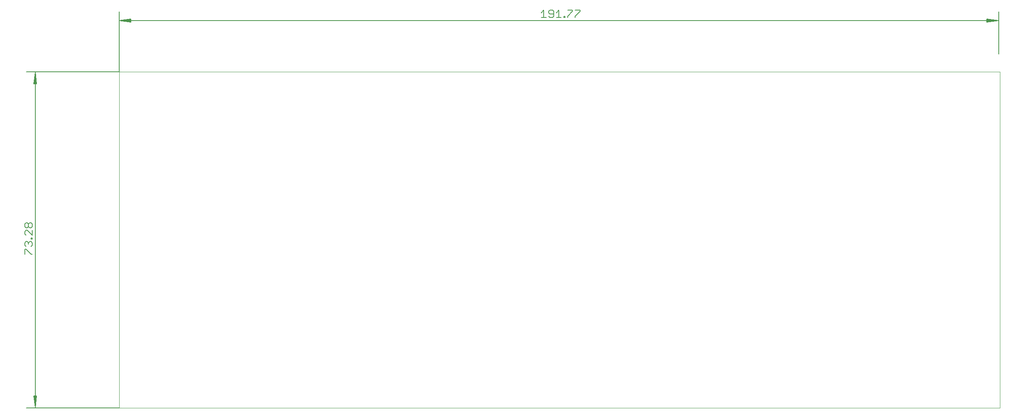
<source format=gko>
G75*
%MOIN*%
%OFA0B0*%
%FSLAX25Y25*%
%IPPOS*%
%LPD*%
%AMOC8*
5,1,8,0,0,1.08239X$1,22.5*
%
%ADD10C,0.00000*%
%ADD11C,0.00512*%
%ADD12C,0.00600*%
D10*
X0084595Y0002050D02*
X0084595Y0290550D01*
X0840595Y0290550D01*
X0840595Y0002050D01*
X0084595Y0002050D01*
D11*
X0004918Y0002050D01*
X0012595Y0002306D02*
X0013619Y0012286D01*
X0013852Y0012286D02*
X0012595Y0002306D01*
X0011572Y0012286D01*
X0011338Y0012286D02*
X0013852Y0012286D01*
X0013107Y0012286D02*
X0012595Y0002306D01*
X0012083Y0012286D01*
X0011338Y0012286D02*
X0012595Y0002306D01*
X0012595Y0290294D01*
X0013619Y0280314D01*
X0013852Y0280314D02*
X0012595Y0290294D01*
X0011572Y0280314D01*
X0011338Y0280314D02*
X0013852Y0280314D01*
X0013107Y0280314D02*
X0012595Y0290294D01*
X0012083Y0280314D01*
X0011338Y0280314D02*
X0012595Y0290294D01*
X0004918Y0290550D02*
X0084595Y0290550D01*
X0084595Y0342227D01*
X0084851Y0334550D02*
X0094831Y0333526D01*
X0094831Y0333293D02*
X0084851Y0334550D01*
X0094831Y0335574D01*
X0094831Y0335807D02*
X0094831Y0333293D01*
X0094831Y0334038D02*
X0084851Y0334550D01*
X0094831Y0335062D01*
X0094831Y0335807D02*
X0084851Y0334550D01*
X0839339Y0334550D01*
X0829359Y0333526D01*
X0829359Y0333293D02*
X0839339Y0334550D01*
X0829359Y0335574D01*
X0829359Y0335807D02*
X0829359Y0333293D01*
X0829359Y0334038D02*
X0839339Y0334550D01*
X0829359Y0335062D01*
X0829359Y0335807D02*
X0839339Y0334550D01*
X0839595Y0342227D02*
X0839595Y0306050D01*
D12*
X0480313Y0342450D02*
X0476043Y0338179D01*
X0476043Y0337112D01*
X0473868Y0342450D02*
X0469598Y0338179D01*
X0469598Y0337112D01*
X0467442Y0337112D02*
X0466375Y0337112D01*
X0466375Y0338179D01*
X0467442Y0338179D01*
X0467442Y0337112D01*
X0464200Y0337112D02*
X0459929Y0337112D01*
X0462065Y0337112D02*
X0462065Y0343517D01*
X0459929Y0341382D01*
X0457754Y0340315D02*
X0454551Y0340315D01*
X0453484Y0341382D01*
X0453484Y0342450D01*
X0454551Y0343517D01*
X0456687Y0343517D01*
X0457754Y0342450D01*
X0457754Y0338179D01*
X0456687Y0337112D01*
X0454551Y0337112D01*
X0453484Y0338179D01*
X0451309Y0337112D02*
X0447038Y0337112D01*
X0449174Y0337112D02*
X0449174Y0343517D01*
X0447038Y0341382D01*
X0469598Y0343517D02*
X0473868Y0343517D01*
X0473868Y0342450D01*
X0476043Y0343517D02*
X0480313Y0343517D01*
X0480313Y0342450D01*
X0010033Y0159799D02*
X0010033Y0157664D01*
X0008966Y0156596D01*
X0007898Y0156596D01*
X0006831Y0157664D01*
X0006831Y0159799D01*
X0007898Y0160867D01*
X0008966Y0160867D01*
X0010033Y0159799D01*
X0006831Y0159799D02*
X0005763Y0160867D01*
X0004695Y0160867D01*
X0003628Y0159799D01*
X0003628Y0157664D01*
X0004695Y0156596D01*
X0005763Y0156596D01*
X0006831Y0157664D01*
X0005763Y0154421D02*
X0004695Y0154421D01*
X0003628Y0153353D01*
X0003628Y0151218D01*
X0004695Y0150151D01*
X0005763Y0154421D02*
X0010033Y0150151D01*
X0010033Y0154421D01*
X0010033Y0147996D02*
X0010033Y0146928D01*
X0008966Y0146928D01*
X0008966Y0147996D01*
X0010033Y0147996D01*
X0008966Y0144753D02*
X0007898Y0144753D01*
X0006831Y0143685D01*
X0006831Y0142618D01*
X0006831Y0143685D02*
X0005763Y0144753D01*
X0004695Y0144753D01*
X0003628Y0143685D01*
X0003628Y0141550D01*
X0004695Y0140483D01*
X0004695Y0138307D02*
X0008966Y0134037D01*
X0010033Y0134037D01*
X0003628Y0134037D02*
X0003628Y0138307D01*
X0004695Y0138307D01*
X0008966Y0140483D02*
X0010033Y0141550D01*
X0010033Y0143685D01*
X0008966Y0144753D01*
M02*

</source>
